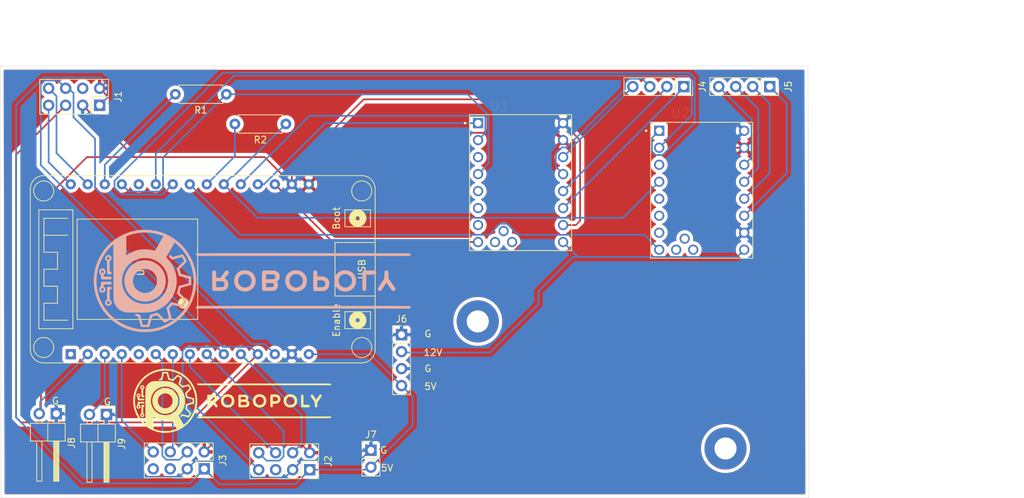
<source format=kicad_pcb>
(kicad_pcb (version 20171130) (host pcbnew 5.1.9-73d0e3b20d~88~ubuntu20.04.1)
  (layers (0 F.Cu signal) (31 B.Cu signal) (34 B.Paste user) (35 F.Paste user) (36 B.SilkS user) (37 F.SilkS user) (38 B.Mask user) (39 F.Mask user) (44 Edge.Cuts user))
  (net 0 "")
  (net 1 GND)
  (net 2 +5V)
  (net 3 I2C_CLK)
  (net 4 I2C_DATA)
  (net 5 B2)
  (net 6 B1)
  (net 7 +12V)
  (net 8 "Net-(J2-Pad5)")
  (net 9 "Net-(J3-Pad5)")
  (net 10 S1_0)
  (net 11 S2_0)
  (net 12 P_DATA_0)
  (net 13 P_CLK_0)
  (net 14 S1_1)
  (net 15 S2_1)
  (net 16 P_DATA_1)
  (net 17 P_CLK_1)
  (net 18 EN_1)
  (net 19 DIR_1)
  (net 20 PULS_1)
  (net 21 EN_0)
  (net 22 DIR_0)
  (net 23 PULS_0)
  (net 24 +3.3V)
  (net 25 "Net-(J4-Pad1)")
  (net 26 "Net-(J4-Pad2)")
  (net 27 "Net-(J4-Pad3)")
  (net 28 "Net-(J4-Pad4)")
  (net 29 "Net-(J5-Pad4)")
  (net 30 "Net-(J5-Pad3)")
  (net 31 "Net-(J5-Pad2)")
  (net 32 "Net-(J5-Pad1)")
  (net 33 "Net-(U2-PadJP1_7)")
  (net 34 "Net-(U2-PadJP1_6)")
  (net 35 "Net-(U2-PadJP1_5)")
  (net 36 "Net-(U2-PadJP1_3)")
  (net 37 "Net-(U2-PadJP5_1)")
  (net 38 "Net-(U2-PadJP4_1)")
  (net 39 "Net-(U2-PadJP3_1)")
  (net 40 "Net-(J1-Pad4)")
  (net 41 "Net-(J8-Pad2)")
  (net 42 "Net-(J9-Pad2)")
  (net 43 "Net-(U1-PadJP1_7)")
  (net 44 "Net-(U1-PadJP1_6)")
  (net 45 "Net-(U1-PadJP1_5)")
  (net 46 UART_0)
  (net 47 "Net-(U1-PadJP1_3)")
  (net 48 "Net-(U1-PadJP5_1)")
  (net 49 "Net-(U1-PadJP4_1)")
  (net 50 "Net-(U1-PadJP3_1)")
  (net 51 UART_1)
  (net 52 "Net-(R1-Pad2)")
  (net 53 "Net-(R2-Pad2)")
  (net 54 "Net-(U3-Pad1)")
  (net 55 "Net-(U3-Pad5)")
  (net 56 "Net-(U3-Pad26)")
  (module Connector_PinHeader_2.54mm:PinHeader_1x04_P2.54mm_Vertical (layer F.Cu) (at 106.807 102.616)
    (fp_text reference J6 (at 0 -2.33) (layer F.SilkS))
    (fp_text value DCDC_BOOSTER)
    (pad 4 thru_hole oval (at 0 7.62) (size 1.7 1.7) (drill 1) (layers *.Cu *.Mask) (net 2 +5V))
    (pad 3 thru_hole oval (at 0 5.08) (size 1.7 1.7) (drill 1) (layers *.Cu *.Mask) (net 1 GND))
    (pad 2 thru_hole oval (at 0 2.54) (size 1.7 1.7) (drill 1) (layers *.Cu *.Mask) (net 7 +12V))
    (pad 1 thru_hole rect (at 0 0) (size 1.7 1.7) (drill 1) (layers *.Cu *.Mask) (net 1 GND))
  )
  (module Connector_PinHeader_2.54mm:PinHeader_1x02_P2.54mm_Vertical (layer F.Cu) (at 102.235 119.888)
    (fp_text reference J7 (at 0 -2.33) (layer F.SilkS))
    (fp_text value ALIM_5V)
    (pad 2 thru_hole oval (at 0 2.54) (size 1.7 1.7) (drill 1) (layers *.Cu *.Mask) (net 2 +5V))
    (pad 1 thru_hole rect (at 0 0) (size 1.7 1.7) (drill 1) (layers *.Cu *.Mask) (net 1 GND))
  )
  (module robopoly_logo:logo_30mm (layer F.Cu) (at 83.693 112.395)
    (fp_text reference REF**)
    (fp_text value logo_30mm)
  )
  (module robopoly_logo:logo_50mm (layer B.Cu) (at 83.058 94.996)
    (fp_text reference REF**)
    (fp_text value logo_50mm)
  )
  (module ProjectModules:esp32_devkit_v1_doit (layer F.Cu) (at 57.404 92.837 90)
    (fp_text reference U3 (at 0 10.47 90) (layer F.SilkS))
    (fp_text value ESP32_DevKit_V1_DOIT_30_pin)
    (fp_text user USB (at 0 43.49 90) (layer F.SilkS))
    (fp_text user Boot (at 7.62 39.68 90) (layer F.SilkS))
    (fp_text user Enable (at -7.62 39.68 90) (layer F.SilkS))
    (pad 1 thru_hole rect (at -12.7 0 90) (size 1.524 1.524) (drill 0.762) (layers *.Cu *.Mask) (net 54 "Net-(U3-Pad1)"))
    (pad 2 thru_hole circle (at -12.7 2.54 90) (size 1.524 1.524) (drill 0.762) (layers *.Cu *.Mask) (net 41 "Net-(J8-Pad2)"))
    (pad 3 thru_hole circle (at -12.7 5.08 90) (size 1.524 1.524) (drill 0.762) (layers *.Cu *.Mask) (net 42 "Net-(J9-Pad2)"))
    (pad 4 thru_hole circle (at -12.7 7.62 90) (size 1.524 1.524) (drill 0.762) (layers *.Cu *.Mask) (net 14 S1_1))
    (pad 5 thru_hole circle (at -12.7 10.16 90) (size 1.524 1.524) (drill 0.762) (layers *.Cu *.Mask) (net 55 "Net-(U3-Pad5)"))
    (pad 6 thru_hole circle (at -12.7 12.7 90) (size 1.524 1.524) (drill 0.762) (layers *.Cu *.Mask) (net 17 P_CLK_1))
    (pad 7 thru_hole circle (at -12.7 15.24 90) (size 1.524 1.524) (drill 0.762) (layers *.Cu *.Mask) (net 16 P_DATA_1))
    (pad 8 thru_hole circle (at -12.7 17.78 90) (size 1.524 1.524) (drill 0.762) (layers *.Cu *.Mask) (net 12 P_DATA_0))
    (pad 9 thru_hole circle (at -12.7 20.32 90) (size 1.524 1.524) (drill 0.762) (layers *.Cu *.Mask) (net 10 S1_0))
    (pad 10 thru_hole circle (at -12.7 22.86 90) (size 1.524 1.524) (drill 0.762) (layers *.Cu *.Mask) (net 11 S2_0))
    (pad 11 thru_hole circle (at -12.7 25.4 90) (size 1.524 1.524) (drill 0.762) (layers *.Cu *.Mask) (net 13 P_CLK_0))
    (pad 12 thru_hole circle (at -12.7 27.94 90) (size 1.524 1.524) (drill 0.762) (layers *.Cu *.Mask) (net 6 B1))
    (pad 13 thru_hole circle (at -12.7 30.48 90) (size 1.524 1.524) (drill 0.762) (layers *.Cu *.Mask) (net 5 B2))
    (pad 14 thru_hole circle (at -12.7 33.02 90) (size 1.524 1.524) (drill 0.762) (layers *.Cu *.Mask) (net 1 GND))
    (pad 15 thru_hole circle (at -12.7 35.56 90) (size 1.524 1.524) (drill 0.762) (layers *.Cu *.Mask) (net 2 +5V))
    (pad 16 thru_hole circle (at 12.7 35.56 90) (size 1.524 1.524) (drill 0.762) (layers *.Cu *.Mask) (net 24 +3.3V))
    (pad 17 thru_hole circle (at 12.7 33.02 90) (size 1.524 1.524) (drill 0.762) (layers *.Cu *.Mask) (net 1 GND))
    (pad 18 thru_hole circle (at 12.7 30.48 90) (size 1.524 1.524) (drill 0.762) (layers *.Cu *.Mask) (net 21 EN_0))
    (pad 19 thru_hole circle (at 12.7 27.94 90) (size 1.524 1.524) (drill 0.762) (layers *.Cu *.Mask) (net 22 DIR_0))
    (pad 20 thru_hole circle (at 12.7 25.4 90) (size 1.524 1.524) (drill 0.762) (layers *.Cu *.Mask) (net 23 PULS_0))
    (pad 21 thru_hole circle (at 12.7 22.86 90) (size 1.524 1.524) (drill 0.762) (layers *.Cu *.Mask) (net 51 UART_1))
    (pad 22 thru_hole circle (at 12.7 20.32 90) (size 1.524 1.524) (drill 0.762) (layers *.Cu *.Mask) (net 53 "Net-(R2-Pad2)"))
    (pad 23 thru_hole circle (at 12.7 17.78 90) (size 1.524 1.524) (drill 0.762) (layers *.Cu *.Mask) (net 18 EN_1))
    (pad 24 thru_hole circle (at 12.7 15.24 90) (size 1.524 1.524) (drill 0.762) (layers *.Cu *.Mask) (net 19 DIR_1))
    (pad 25 thru_hole circle (at 12.7 12.7 90) (size 1.524 1.524) (drill 0.762) (layers *.Cu *.Mask) (net 20 PULS_1))
    (pad 26 thru_hole circle (at 12.7 10.16 90) (size 1.524 1.524) (drill 0.762) (layers *.Cu *.Mask) (net 56 "Net-(U3-Pad26)"))
    (pad 27 thru_hole circle (at 12.7 7.62 90) (size 1.524 1.524) (drill 0.762) (layers *.Cu *.Mask) (net 46 UART_0))
    (pad 28 thru_hole circle (at 12.7 5.08 90) (size 1.524 1.524) (drill 0.762) (layers *.Cu *.Mask) (net 52 "Net-(R1-Pad2)"))
    (pad 29 thru_hole circle (at 12.7 2.54 90) (size 1.524 1.524) (drill 0.762) (layers *.Cu *.Mask) (net 4 I2C_DATA))
    (pad 30 thru_hole circle (at 12.7 0 90) (size 1.524 1.524) (drill 0.762) (layers *.Cu *.Mask) (net 3 I2C_CLK))
  )
  (module ProjectModules:MODULE_TMC2208_SILENTSTEPSTICK (layer F.Cu) (at 151.638 81.026)
    (fp_text reference U2 (at -3.155 -11.489) (layer F.SilkS) (effects (font (size 1.4 1.4) (thickness 0.015))))
    (fp_text value TMC2208_SILENTSTEPSTICK-TMC2208_SILENTSTEPSTICK)
    (pad JP3_1 thru_hole circle (at -2.54 7.239) (size 1.524 1.524) (drill 1.016) (layers *.Cu *.Mask) (net 39 "Net-(U2-PadJP3_1)"))
    (pad JP4_1 thru_hole circle (at -1.27 8.89) (size 1.524 1.524) (drill 1.016) (layers *.Cu *.Mask) (net 38 "Net-(U2-PadJP4_1)"))
    (pad JP5_1 thru_hole circle (at -3.81 8.89) (size 1.524 1.524) (drill 1.016) (layers *.Cu *.Mask) (net 37 "Net-(U2-PadJP5_1)"))
    (pad JP1_1 thru_hole rect (at -6.35 -8.89) (size 1.524 1.524) (drill 1.016) (layers *.Cu *.Mask) (net 19 DIR_1))
    (pad JP1_2 thru_hole circle (at -6.35 -6.35) (size 1.524 1.524) (drill 1.016) (layers *.Cu *.Mask) (net 20 PULS_1))
    (pad JP1_3 thru_hole circle (at -6.35 -3.81) (size 1.524 1.524) (drill 1.016) (layers *.Cu *.Mask) (net 36 "Net-(U2-PadJP1_3)"))
    (pad JP1_4 thru_hole circle (at -6.35 -1.27) (size 1.524 1.524) (drill 1.016) (layers *.Cu *.Mask) (net 51 UART_1))
    (pad JP1_5 thru_hole circle (at -6.35 1.27) (size 1.524 1.524) (drill 1.016) (layers *.Cu *.Mask) (net 35 "Net-(U2-PadJP1_5)"))
    (pad JP1_6 thru_hole circle (at -6.35 3.81) (size 1.524 1.524) (drill 1.016) (layers *.Cu *.Mask) (net 34 "Net-(U2-PadJP1_6)"))
    (pad JP1_7 thru_hole circle (at -6.35 6.35) (size 1.524 1.524) (drill 1.016) (layers *.Cu *.Mask) (net 33 "Net-(U2-PadJP1_7)"))
    (pad JP1_8 thru_hole circle (at -6.35 8.89) (size 1.524 1.524) (drill 1.016) (layers *.Cu *.Mask) (net 18 EN_1))
    (pad JP2_1 thru_hole circle (at 6.35 8.89) (size 1.524 1.524) (drill 1.016) (layers *.Cu *.Mask) (net 7 +12V))
    (pad JP2_2 thru_hole circle (at 6.35 6.35) (size 1.524 1.524) (drill 1.016) (layers *.Cu *.Mask) (net 1 GND))
    (pad JP2_3 thru_hole circle (at 6.35 3.81) (size 1.524 1.524) (drill 1.016) (layers *.Cu *.Mask) (net 32 "Net-(J5-Pad1)"))
    (pad JP2_4 thru_hole circle (at 6.35 1.27) (size 1.524 1.524) (drill 1.016) (layers *.Cu *.Mask) (net 31 "Net-(J5-Pad2)"))
    (pad JP2_5 thru_hole circle (at 6.35 -1.27) (size 1.524 1.524) (drill 1.016) (layers *.Cu *.Mask) (net 30 "Net-(J5-Pad3)"))
    (pad JP2_6 thru_hole circle (at 6.35 -3.81) (size 1.524 1.524) (drill 1.016) (layers *.Cu *.Mask) (net 29 "Net-(J5-Pad4)"))
    (pad JP2_7 thru_hole circle (at 6.35 -6.35) (size 1.524 1.524) (drill 1.016) (layers *.Cu *.Mask) (net 24 +3.3V))
    (pad JP2_8 thru_hole circle (at 6.35 -8.89) (size 1.524 1.524) (drill 1.016) (layers *.Cu *.Mask) (net 1 GND))
  )
  (module ProjectModules:MODULE_TMC2208_SILENTSTEPSTICK (layer F.Cu) (at 124.587 79.883)
    (fp_text reference U1 (at -3.155 -11.489) (layer F.SilkS) (effects (font (size 1.4 1.4) (thickness 0.015))))
    (fp_text value TMC2208_SILENTSTEPSTICK-TMC2208_SILENTSTEPSTICK)
    (pad JP3_1 thru_hole circle (at -2.54 7.239) (size 1.524 1.524) (drill 1.016) (layers *.Cu *.Mask) (net 50 "Net-(U1-PadJP3_1)"))
    (pad JP4_1 thru_hole circle (at -1.27 8.89) (size 1.524 1.524) (drill 1.016) (layers *.Cu *.Mask) (net 49 "Net-(U1-PadJP4_1)"))
    (pad JP5_1 thru_hole circle (at -3.81 8.89) (size 1.524 1.524) (drill 1.016) (layers *.Cu *.Mask) (net 48 "Net-(U1-PadJP5_1)"))
    (pad JP1_1 thru_hole rect (at -6.35 -8.89) (size 1.524 1.524) (drill 1.016) (layers *.Cu *.Mask) (net 22 DIR_0))
    (pad JP1_2 thru_hole circle (at -6.35 -6.35) (size 1.524 1.524) (drill 1.016) (layers *.Cu *.Mask) (net 23 PULS_0))
    (pad JP1_3 thru_hole circle (at -6.35 -3.81) (size 1.524 1.524) (drill 1.016) (layers *.Cu *.Mask) (net 47 "Net-(U1-PadJP1_3)"))
    (pad JP1_4 thru_hole circle (at -6.35 -1.27) (size 1.524 1.524) (drill 1.016) (layers *.Cu *.Mask) (net 46 UART_0))
    (pad JP1_5 thru_hole circle (at -6.35 1.27) (size 1.524 1.524) (drill 1.016) (layers *.Cu *.Mask) (net 45 "Net-(U1-PadJP1_5)"))
    (pad JP1_6 thru_hole circle (at -6.35 3.81) (size 1.524 1.524) (drill 1.016) (layers *.Cu *.Mask) (net 44 "Net-(U1-PadJP1_6)"))
    (pad JP1_7 thru_hole circle (at -6.35 6.35) (size 1.524 1.524) (drill 1.016) (layers *.Cu *.Mask) (net 43 "Net-(U1-PadJP1_7)"))
    (pad JP1_8 thru_hole circle (at -6.35 8.89) (size 1.524 1.524) (drill 1.016) (layers *.Cu *.Mask) (net 21 EN_0))
    (pad JP2_1 thru_hole circle (at 6.35 8.89) (size 1.524 1.524) (drill 1.016) (layers *.Cu *.Mask) (net 7 +12V))
    (pad JP2_2 thru_hole circle (at 6.35 6.35) (size 1.524 1.524) (drill 1.016) (layers *.Cu *.Mask) (net 1 GND))
    (pad JP2_3 thru_hole circle (at 6.35 3.81) (size 1.524 1.524) (drill 1.016) (layers *.Cu *.Mask) (net 25 "Net-(J4-Pad1)"))
    (pad JP2_4 thru_hole circle (at 6.35 1.27) (size 1.524 1.524) (drill 1.016) (layers *.Cu *.Mask) (net 26 "Net-(J4-Pad2)"))
    (pad JP2_5 thru_hole circle (at 6.35 -1.27) (size 1.524 1.524) (drill 1.016) (layers *.Cu *.Mask) (net 27 "Net-(J4-Pad3)"))
    (pad JP2_6 thru_hole circle (at 6.35 -3.81) (size 1.524 1.524) (drill 1.016) (layers *.Cu *.Mask) (net 28 "Net-(J4-Pad4)"))
    (pad JP2_7 thru_hole circle (at 6.35 -6.35) (size 1.524 1.524) (drill 1.016) (layers *.Cu *.Mask) (net 24 +3.3V))
    (pad JP2_8 thru_hole circle (at 6.35 -8.89) (size 1.524 1.524) (drill 1.016) (layers *.Cu *.Mask) (net 1 GND))
  )
  (module Resistor_THT:R_Axial_DIN0207_L6.3mm_D2.5mm_P7.62mm_Horizontal (layer F.Cu) (at 89.535 71.12 180)
    (fp_text reference R2 (at 3.81 -2.37) (layer F.SilkS))
    (fp_text value 1kOHM)
    (pad 2 thru_hole oval (at 7.62 0 180) (size 1.6 1.6) (drill 0.8) (layers *.Cu *.Mask) (net 53 "Net-(R2-Pad2)"))
    (pad 1 thru_hole circle (at 0 0 180) (size 1.6 1.6) (drill 0.8) (layers *.Cu *.Mask) (net 51 UART_1))
  )
  (module Resistor_THT:R_Axial_DIN0207_L6.3mm_D2.5mm_P7.62mm_Horizontal (layer F.Cu) (at 80.645 66.675 180)
    (fp_text reference R1 (at 3.81 -2.37) (layer F.SilkS))
    (fp_text value 1kOHM)
    (pad 2 thru_hole oval (at 7.62 0 180) (size 1.6 1.6) (drill 0.8) (layers *.Cu *.Mask) (net 52 "Net-(R1-Pad2)"))
    (pad 1 thru_hole circle (at 0 0 180) (size 1.6 1.6) (drill 0.8) (layers *.Cu *.Mask) (net 46 UART_0))
  )
  (module Connector_PinHeader_2.54mm:PinHeader_1x02_P2.54mm_Horizontal (layer F.Cu) (at 62.738 114.554 270)
    (fp_text reference J9 (at 4.385 -2.27 90) (layer F.SilkS))
    (fp_text value SPARE_GPIO_1)
    (pad 2 thru_hole oval (at 0 2.54 270) (size 1.7 1.7) (drill 1) (layers *.Cu *.Mask) (net 42 "Net-(J9-Pad2)"))
    (pad 1 thru_hole rect (at 0 0 270) (size 1.7 1.7) (drill 1) (layers *.Cu *.Mask) (net 1 GND))
  )
  (module Connector_PinHeader_2.54mm:PinHeader_1x02_P2.54mm_Horizontal (layer F.Cu) (at 55.245 114.427 270)
    (fp_text reference J8 (at 4.385 -2.27 90) (layer F.SilkS))
    (fp_text value SPARE_GPIO_0)
    (pad 2 thru_hole oval (at 0 2.54 270) (size 1.7 1.7) (drill 1) (layers *.Cu *.Mask) (net 41 "Net-(J8-Pad2)"))
    (pad 1 thru_hole rect (at 0 0 270) (size 1.7 1.7) (drill 1) (layers *.Cu *.Mask) (net 1 GND))
  )
  (module Connector_PinSocket_2.54mm:PinSocket_1x04_P2.54mm_Vertical (layer F.Cu) (at 161.798 65.532 270)
    (fp_text reference J5 (at 0 -2.77 90) (layer F.SilkS))
    (fp_text value STEPPER_1)
    (pad 4 thru_hole oval (at 0 7.62 270) (size 1.7 1.7) (drill 1) (layers *.Cu *.Mask) (net 29 "Net-(J5-Pad4)"))
    (pad 3 thru_hole oval (at 0 5.08 270) (size 1.7 1.7) (drill 1) (layers *.Cu *.Mask) (net 30 "Net-(J5-Pad3)"))
    (pad 2 thru_hole oval (at 0 2.54 270) (size 1.7 1.7) (drill 1) (layers *.Cu *.Mask) (net 31 "Net-(J5-Pad2)"))
    (pad 1 thru_hole rect (at 0 0 270) (size 1.7 1.7) (drill 1) (layers *.Cu *.Mask) (net 32 "Net-(J5-Pad1)"))
  )
  (module Connector_PinSocket_2.54mm:PinSocket_1x04_P2.54mm_Vertical (layer F.Cu) (at 148.971 65.532 270)
    (fp_text reference J4 (at 0 -2.77 90) (layer F.SilkS))
    (fp_text value STEPPER_0)
    (pad 4 thru_hole oval (at 0 7.62 270) (size 1.7 1.7) (drill 1) (layers *.Cu *.Mask) (net 28 "Net-(J4-Pad4)"))
    (pad 3 thru_hole oval (at 0 5.08 270) (size 1.7 1.7) (drill 1) (layers *.Cu *.Mask) (net 27 "Net-(J4-Pad3)"))
    (pad 2 thru_hole oval (at 0 2.54 270) (size 1.7 1.7) (drill 1) (layers *.Cu *.Mask) (net 26 "Net-(J4-Pad2)"))
    (pad 1 thru_hole rect (at 0 0 270) (size 1.7 1.7) (drill 1) (layers *.Cu *.Mask) (net 25 "Net-(J4-Pad1)"))
  )
  (module Connector_PinSocket_2.54mm:PinSocket_2x04_P2.54mm_Vertical (layer F.Cu) (at 77.343 122.682 270)
    (fp_text reference J3 (at -1.27 -2.77 90) (layer F.SilkS))
    (fp_text value GLASS_1)
    (pad 8 thru_hole oval (at -2.54 7.62 270) (size 1.7 1.7) (drill 1) (layers *.Cu *.Mask) (net 14 S1_1))
    (pad 7 thru_hole oval (at 0 7.62 270) (size 1.7 1.7) (drill 1) (layers *.Cu *.Mask) (net 15 S2_1))
    (pad 6 thru_hole oval (at -2.54 5.08 270) (size 1.7 1.7) (drill 1) (layers *.Cu *.Mask) (net 16 P_DATA_1))
    (pad 5 thru_hole oval (at 0 5.08 270) (size 1.7 1.7) (drill 1) (layers *.Cu *.Mask) (net 9 "Net-(J3-Pad5)"))
    (pad 4 thru_hole oval (at -2.54 2.54 270) (size 1.7 1.7) (drill 1) (layers *.Cu *.Mask) (net 17 P_CLK_1))
    (pad 3 thru_hole oval (at 0 2.54 270) (size 1.7 1.7) (drill 1) (layers *.Cu *.Mask) (net 1 GND))
    (pad 2 thru_hole oval (at -2.54 0 270) (size 1.7 1.7) (drill 1) (layers *.Cu *.Mask) (net 24 +3.3V))
    (pad 1 thru_hole rect (at 0 0 270) (size 1.7 1.7) (drill 1) (layers *.Cu *.Mask) (net 2 +5V))
  )
  (module Connector_PinSocket_2.54mm:PinSocket_2x04_P2.54mm_Vertical (layer F.Cu) (at 93.091 122.809 270)
    (fp_text reference J2 (at -1.27 -2.77 90) (layer F.SilkS))
    (fp_text value GLASS_0)
    (pad 8 thru_hole oval (at -2.54 7.62 270) (size 1.7 1.7) (drill 1) (layers *.Cu *.Mask) (net 10 S1_0))
    (pad 7 thru_hole oval (at 0 7.62 270) (size 1.7 1.7) (drill 1) (layers *.Cu *.Mask) (net 11 S2_0))
    (pad 6 thru_hole oval (at -2.54 5.08 270) (size 1.7 1.7) (drill 1) (layers *.Cu *.Mask) (net 12 P_DATA_0))
    (pad 5 thru_hole oval (at 0 5.08 270) (size 1.7 1.7) (drill 1) (layers *.Cu *.Mask) (net 8 "Net-(J2-Pad5)"))
    (pad 4 thru_hole oval (at -2.54 2.54 270) (size 1.7 1.7) (drill 1) (layers *.Cu *.Mask) (net 13 P_CLK_0))
    (pad 3 thru_hole oval (at 0 2.54 270) (size 1.7 1.7) (drill 1) (layers *.Cu *.Mask) (net 1 GND))
    (pad 2 thru_hole oval (at -2.54 0 270) (size 1.7 1.7) (drill 1) (layers *.Cu *.Mask) (net 24 +3.3V))
    (pad 1 thru_hole rect (at 0 0 270) (size 1.7 1.7) (drill 1) (layers *.Cu *.Mask) (net 2 +5V))
  )
  (module Connector_PinSocket_2.54mm:PinSocket_2x04_P2.54mm_Vertical (layer F.Cu) (at 61.722 68.326 270)
    (fp_text reference J1 (at -1.27 -2.77 90) (layer F.SilkS))
    (fp_text value CMD_PAN)
    (pad 8 thru_hole oval (at -2.54 7.62 270) (size 1.7 1.7) (drill 1) (layers *.Cu *.Mask) (net 4 I2C_DATA))
    (pad 7 thru_hole oval (at 0 7.62 270) (size 1.7 1.7) (drill 1) (layers *.Cu *.Mask) (net 3 I2C_CLK))
    (pad 6 thru_hole oval (at -2.54 5.08 270) (size 1.7 1.7) (drill 1) (layers *.Cu *.Mask) (net 5 B2))
    (pad 5 thru_hole oval (at 0 5.08 270) (size 1.7 1.7) (drill 1) (layers *.Cu *.Mask) (net 6 B1))
    (pad 4 thru_hole oval (at -2.54 2.54 270) (size 1.7 1.7) (drill 1) (layers *.Cu *.Mask) (net 40 "Net-(J1-Pad4)"))
    (pad 3 thru_hole oval (at 0 2.54 270) (size 1.7 1.7) (drill 1) (layers *.Cu *.Mask) (net 1 GND))
    (pad 2 thru_hole oval (at -2.54 0 270) (size 1.7 1.7) (drill 1) (layers *.Cu *.Mask) (net 24 +3.3V))
    (pad 1 thru_hole rect (at 0 0 270) (size 1.7 1.7) (drill 1) (layers *.Cu *.Mask) (net 2 +5V))
  )
  (gr_text 5V (at 104.648 122.555) (layer F.SilkS) (effects (font (size 1 1))))
  (gr_text 5V (at 111.125 110.363) (layer F.SilkS) (effects (font (size 1 1))))
  (gr_text G (at 110.744 107.696) (layer F.SilkS) (effects (font (size 1 1))))
  (gr_text "12V\n" (at 111.506 105.283) (layer F.SilkS) (effects (font (size 1 1))))
  (gr_text G (at 110.744 102.489) (layer F.SilkS) (effects (font (size 1 1))))
  (gr_text G (at 55.118 112.522) (layer F.SilkS) (effects (font (size 1 1))))
  (gr_text G (at 62.865 112.649) (layer F.SilkS) (effects (font (size 1 1))))
  (gr_text G (at 104.14 119.888) (layer F.SilkS) (effects (font (size 1 1))))
  (gr_line (start 46.863 62.484) (end 46.99 127) (layer Edge.Cuts) (width 0.05))
  (gr_line (start 167.513 62.484) (end 46.863 62.484) (layer Edge.Cuts) (width 0.05))
  (gr_line (start 167.64 127) (end 167.513 62.484) (layer Edge.Cuts) (width 0.05))
  (gr_line (start 46.99 127) (end 167.64 127) (layer Edge.Cuts) (width 0.05))
  (via (at 118.194 100.634) (size 6.3) (drill 3.3) (layers F.Cu B.Cu) (net 0))
  (segment (start 73.627999 123.857001) (end 66.707001 123.857001) (width 0.25) (layer B.Cu) (net 1))
  (segment (start 74.803 122.682) (end 73.627999 123.857001) (width 0.25) (layer B.Cu) (net 1))
  (segment (start 62.738 119.888) (end 62.738 114.554) (width 0.25) (layer B.Cu) (net 1))
  (segment (start 66.707001 123.857001) (end 62.738 119.888) (width 0.25) (layer B.Cu) (net 1))
  (segment (start 100.551999 121.444001) (end 102.235 119.761) (width 0.25) (layer B.Cu) (net 1))
  (segment (start 91.915999 121.444001) (end 100.551999 121.444001) (width 0.25) (layer B.Cu) (net 1))
  (segment (start 90.551 122.809) (end 91.915999 121.444001) (width 0.25) (layer B.Cu) (net 1))
  (segment (start 75.978001 121.506999) (end 79.153001 121.506999) (width 0.25) (layer B.Cu) (net 1))
  (segment (start 74.803 122.682) (end 75.978001 121.506999) (width 0.25) (layer B.Cu) (net 1))
  (segment (start 81.630003 123.984001) (end 89.375999 123.984001) (width 0.25) (layer B.Cu) (net 1))
  (segment (start 89.375999 123.984001) (end 90.551 122.809) (width 0.25) (layer B.Cu) (net 1))
  (segment (start 79.153001 121.506999) (end 81.630003 123.984001) (width 0.25) (layer B.Cu) (net 1))
  (segment (start 130.937 86.233) (end 132.842 86.233) (width 0.25) (layer F.Cu) (net 1))
  (segment (start 132.842 86.233) (end 133.477 85.598) (width 0.25) (layer F.Cu) (net 1))
  (segment (start 133.477 73.533) (end 130.937 70.993) (width 0.25) (layer F.Cu) (net 1))
  (segment (start 133.477 85.598) (end 133.477 73.533) (width 0.25) (layer F.Cu) (net 1))
  (segment (start 59.182 68.326) (end 66.929 76.073) (width 0.25) (layer F.Cu) (net 1))
  (segment (start 86.36 76.073) (end 90.424 80.137) (width 0.25) (layer F.Cu) (net 1))
  (segment (start 66.929 76.073) (end 86.36 76.073) (width 0.25) (layer F.Cu) (net 1))
  (segment (start 130.937 70.993) (end 127.381 67.437) (width 0.25) (layer F.Cu) (net 1))
  (segment (start 90.424 78.16224) (end 90.424 80.137) (width 0.25) (layer F.Cu) (net 1))
  (segment (start 101.14924 67.437) (end 90.424 78.16224) (width 0.25) (layer F.Cu) (net 1))
  (segment (start 127.381 67.437) (end 101.14924 67.437) (width 0.25) (layer F.Cu) (net 1))
  (segment (start 52.959 82.973238) (end 52.959 114.427) (width 0.25) (layer F.Cu) (net 1))
  (segment (start 52.959 82.973238) (end 57.700238 78.232) (width 0.25) (layer F.Cu) (net 1))
  (segment (start 57.700238 78.232) (end 57.700238 78.189762) (width 0.25) (layer F.Cu) (net 1))
  (segment (start 59.817 76.073) (end 66.929 76.073) (width 0.25) (layer F.Cu) (net 1))
  (segment (start 57.700238 78.189762) (end 59.817 76.073) (width 0.25) (layer F.Cu) (net 1))
  (via (at 155.194 119.634) (size 6.3) (drill 3.3) (layers F.Cu B.Cu) (net 0))
  (segment (start 101.727 122.809) (end 102.235 122.301) (width 0.25) (layer B.Cu) (net 2))
  (segment (start 93.091 122.809) (end 101.727 122.809) (width 0.25) (layer B.Cu) (net 2))
  (segment (start 76.167999 123.857001) (end 77.343 122.682) (width 0.25) (layer B.Cu) (net 2))
  (segment (start 49.243999 114.991001) (end 58.109999 123.857001) (width 0.25) (layer B.Cu) (net 2))
  (segment (start 53.351598 64.16099) (end 49.243999 68.268589) (width 0.25) (layer B.Cu) (net 2))
  (segment (start 61.835992 64.16099) (end 53.351598 64.16099) (width 0.25) (layer B.Cu) (net 2))
  (segment (start 62.897001 65.221999) (end 61.835992 64.16099) (width 0.25) (layer B.Cu) (net 2))
  (segment (start 49.243999 68.268589) (end 49.243999 114.991001) (width 0.25) (layer B.Cu) (net 2))
  (segment (start 62.897001 67.150999) (end 62.897001 65.221999) (width 0.25) (layer B.Cu) (net 2))
  (segment (start 61.722 68.326) (end 62.897001 67.150999) (width 0.25) (layer B.Cu) (net 2))
  (segment (start 91.915999 123.984001) (end 92.0115 123.8885) (width 0.25) (layer B.Cu) (net 2))
  (segment (start 92.0115 123.8885) (end 93.091 122.809) (width 0.25) (layer B.Cu) (net 2))
  (segment (start 79.629 124.968) (end 78.5495 123.8885) (width 0.25) (layer B.Cu) (net 2))
  (segment (start 90.932 124.968) (end 79.629 124.968) (width 0.25) (layer B.Cu) (net 2))
  (segment (start 92.0115 123.8885) (end 90.932 124.968) (width 0.25) (layer B.Cu) (net 2))
  (segment (start 78.5495 123.8885) (end 78.645001 123.984001) (width 0.25) (layer B.Cu) (net 2))
  (segment (start 77.343 122.682) (end 78.5495 123.8885) (width 0.25) (layer B.Cu) (net 2))
  (segment (start 58.109999 123.857001) (end 58.109999 123.895999) (width 0.25) (layer B.Cu) (net 2))
  (segment (start 58.109999 123.895999) (end 59.055 124.841) (width 0.25) (layer B.Cu) (net 2))
  (segment (start 75.184 124.841) (end 77.343 122.682) (width 0.25) (layer B.Cu) (net 2))
  (segment (start 59.055 124.841) (end 75.184 124.841) (width 0.25) (layer B.Cu) (net 2))
  (segment (start 102.108 105.537) (end 106.807 110.236) (width 0.25) (layer B.Cu) (net 2))
  (segment (start 92.964 105.537) (end 102.108 105.537) (width 0.25) (layer B.Cu) (net 2))
  (segment (start 106.807 110.236) (end 108.458 111.887) (width 0.25) (layer B.Cu) (net 2))
  (segment (start 108.458 116.205) (end 108.458 115.697) (width 0.25) (layer B.Cu) (net 2))
  (segment (start 102.235 122.428) (end 108.458 116.205) (width 0.25) (layer B.Cu) (net 2))
  (segment (start 108.458 115.697) (end 108.458 115.951) (width 0.25) (layer B.Cu) (net 2))
  (segment (start 108.458 111.887) (end 108.458 115.697) (width 0.25) (layer B.Cu) (net 2))
  (segment (start 54.102 76.835) (end 57.404 80.137) (width 0.25) (layer B.Cu) (net 3))
  (segment (start 54.102 68.326) (end 54.102 76.835) (width 0.25) (layer B.Cu) (net 3))
  (segment (start 55.277001 75.470001) (end 59.944 80.137) (width 0.25) (layer B.Cu) (net 4))
  (segment (start 55.277001 66.961001) (end 55.277001 75.470001) (width 0.25) (layer B.Cu) (net 4))
  (segment (start 54.102 65.786) (end 55.277001 66.961001) (width 0.25) (layer B.Cu) (net 4))
  (segment (start 57.817001 66.510992) (end 57.092009 65.786) (width 0.25) (layer B.Cu) (net 5))
  (segment (start 57.817001 70.112001) (end 57.817001 66.510992) (width 0.25) (layer B.Cu) (net 5))
  (segment (start 61.031001 73.326001) (end 57.817001 70.112001) (width 0.25) (layer B.Cu) (net 5))
  (segment (start 61.031001 80.658761) (end 61.031001 73.326001) (width 0.25) (layer B.Cu) (net 5))
  (segment (start 84.372229 103.999989) (end 61.031001 80.658761) (width 0.25) (layer B.Cu) (net 5))
  (segment (start 86.346989 103.999989) (end 84.372229 103.999989) (width 0.25) (layer B.Cu) (net 5))
  (segment (start 87.884 105.537) (end 86.346989 103.999989) (width 0.25) (layer B.Cu) (net 5))
  (segment (start 84.256999 104.449999) (end 85.344 105.537) (width 0.25) (layer B.Cu) (net 6))
  (segment (start 80.108237 104.449999) (end 84.256999 104.449999) (width 0.25) (layer B.Cu) (net 6))
  (segment (start 52.926999 77.268761) (end 80.108237 104.449999) (width 0.25) (layer B.Cu) (net 6))
  (segment (start 52.926999 65.221999) (end 52.926999 77.268761) (width 0.25) (layer B.Cu) (net 6))
  (segment (start 53.537999 64.610999) (end 52.926999 65.221999) (width 0.25) (layer B.Cu) (net 6))
  (segment (start 55.466999 64.610999) (end 53.537999 64.610999) (width 0.25) (layer B.Cu) (net 6))
  (segment (start 56.642 65.786) (end 55.466999 64.610999) (width 0.25) (layer B.Cu) (net 6))
  (segment (start 75.151999 115.729001) (end 85.344 105.537) (width 0.25) (layer F.Cu) (net 6))
  (segment (start 49.981999 115.729001) (end 75.151999 115.729001) (width 0.25) (layer F.Cu) (net 6))
  (segment (start 49.243999 114.991001) (end 49.981999 115.729001) (width 0.25) (layer F.Cu) (net 6))
  (segment (start 49.243999 75.724001) (end 49.243999 114.991001) (width 0.25) (layer F.Cu) (net 6))
  (segment (start 56.642 68.326) (end 49.243999 75.724001) (width 0.25) (layer F.Cu) (net 6))
  (segment (start 156.900999 91.003001) (end 157.988 89.916) (width 0.25) (layer B.Cu) (net 7))
  (segment (start 130.937 88.773) (end 133.167001 91.003001) (width 0.25) (layer B.Cu) (net 7))
  (segment (start 106.934 105.283) (end 106.807 105.156) (width 0.25) (layer B.Cu) (net 7))
  (segment (start 133.167001 91.003001) (end 134.294999 91.003001) (width 0.25) (layer B.Cu) (net 7))
  (segment (start 134.294999 91.003001) (end 132.389999 91.003001) (width 0.25) (layer B.Cu) (net 7))
  (segment (start 134.294999 91.003001) (end 156.900999 91.003001) (width 0.25) (layer B.Cu) (net 7))
  (segment (start 132.389999 91.003001) (end 127.254 96.139) (width 0.25) (layer B.Cu) (net 7))
  (segment (start 127.254 96.139) (end 127.254 98.044) (width 0.25) (layer B.Cu) (net 7))
  (segment (start 120.015 105.283) (end 113.665 105.283) (width 0.25) (layer B.Cu) (net 7))
  (segment (start 113.665 105.283) (end 106.934 105.283) (width 0.25) (layer B.Cu) (net 7))
  (segment (start 127.254 98.044) (end 120.015 105.283) (width 0.25) (layer B.Cu) (net 7))
  (segment (start 114.427 105.283) (end 113.665 105.283) (width 0.25) (layer B.Cu) (net 7))
  (segment (start 86.646001 121.444001) (end 85.471 120.269) (width 0.25) (layer B.Cu) (net 10))
  (segment (start 88.575001 121.444001) (end 86.646001 121.444001) (width 0.25) (layer B.Cu) (net 10))
  (segment (start 89.186001 120.833001) (end 88.575001 121.444001) (width 0.25) (layer B.Cu) (net 10))
  (segment (start 89.186001 116.999001) (end 89.186001 120.833001) (width 0.25) (layer B.Cu) (net 10))
  (segment (start 77.724 105.537) (end 89.186001 116.999001) (width 0.25) (layer B.Cu) (net 10))
  (segment (start 74.096999 111.434999) (end 85.471 122.809) (width 0.25) (layer B.Cu) (net 11))
  (segment (start 74.096999 105.015239) (end 74.096999 111.434999) (width 0.25) (layer B.Cu) (net 11))
  (segment (start 74.662239 104.449999) (end 74.096999 105.015239) (width 0.25) (layer B.Cu) (net 11))
  (segment (start 79.176999 104.449999) (end 74.662239 104.449999) (width 0.25) (layer B.Cu) (net 11))
  (segment (start 80.264 105.537) (end 79.176999 104.449999) (width 0.25) (layer B.Cu) (net 11))
  (segment (start 75.184 107.442) (end 88.011 120.269) (width 0.25) (layer B.Cu) (net 12))
  (segment (start 75.184 105.537) (end 75.184 107.442) (width 0.25) (layer B.Cu) (net 12))
  (segment (start 91.876999 114.609999) (end 82.804 105.537) (width 0.25) (layer B.Cu) (net 13))
  (segment (start 91.876999 118.943001) (end 91.876999 114.609999) (width 0.25) (layer B.Cu) (net 13))
  (segment (start 90.551 120.269) (end 91.876999 118.943001) (width 0.25) (layer B.Cu) (net 13))
  (segment (start 65.024 115.443) (end 69.723 120.142) (width 0.25) (layer B.Cu) (net 14))
  (segment (start 65.024 105.537) (end 65.024 115.443) (width 0.25) (layer B.Cu) (net 14))
  (segment (start 72.644 119.761) (end 72.263 120.142) (width 0.25) (layer B.Cu) (net 16))
  (segment (start 72.644 105.537) (end 72.644 119.761) (width 0.25) (layer B.Cu) (net 16))
  (segment (start 73.627999 121.317001) (end 74.803 120.142) (width 0.25) (layer B.Cu) (net 17))
  (segment (start 71.698999 121.317001) (end 73.627999 121.317001) (width 0.25) (layer B.Cu) (net 17))
  (segment (start 71.087999 120.706001) (end 71.698999 121.317001) (width 0.25) (layer B.Cu) (net 17))
  (segment (start 71.087999 106.520999) (end 71.087999 120.706001) (width 0.25) (layer B.Cu) (net 17))
  (segment (start 70.104 105.537) (end 71.087999 106.520999) (width 0.25) (layer B.Cu) (net 17))
  (segment (start 82.732999 87.685999) (end 75.184 80.137) (width 0.25) (layer B.Cu) (net 18))
  (segment (start 119.874239 87.685999) (end 82.732999 87.685999) (width 0.25) (layer B.Cu) (net 18))
  (segment (start 121.525239 86.034999) (end 119.874239 87.685999) (width 0.25) (layer B.Cu) (net 18))
  (segment (start 122.568761 86.034999) (end 121.525239 86.034999) (width 0.25) (layer B.Cu) (net 18))
  (segment (start 124.219761 87.685999) (end 122.568761 86.034999) (width 0.25) (layer B.Cu) (net 18))
  (segment (start 143.057999 87.685999) (end 124.219761 87.685999) (width 0.25) (layer B.Cu) (net 18))
  (segment (start 145.288 89.916) (end 143.057999 87.685999) (width 0.25) (layer B.Cu) (net 18))
  (segment (start 64.952248 81.67401) (end 71.10699 81.67401) (width 0.25) (layer B.Cu) (net 19))
  (segment (start 63.936999 80.658761) (end 64.952248 81.67401) (width 0.25) (layer B.Cu) (net 19))
  (segment (start 63.936999 79.615239) (end 63.936999 80.658761) (width 0.25) (layer B.Cu) (net 19))
  (segment (start 80.095257 63.456981) (end 63.936999 79.615239) (width 0.25) (layer B.Cu) (net 19))
  (segment (start 150.59601 64.235598) (end 149.817393 63.456981) (width 0.25) (layer B.Cu) (net 19))
  (segment (start 150.59601 70.976752) (end 150.59601 64.235598) (width 0.25) (layer B.Cu) (net 19))
  (segment (start 71.10699 81.67401) (end 72.644 80.137) (width 0.25) (layer B.Cu) (net 19))
  (segment (start 145.809761 75.763001) (end 150.59601 70.976752) (width 0.25) (layer B.Cu) (net 19))
  (segment (start 144.766239 75.763001) (end 145.809761 75.763001) (width 0.25) (layer B.Cu) (net 19))
  (segment (start 144.200999 75.197761) (end 144.766239 75.763001) (width 0.25) (layer B.Cu) (net 19))
  (segment (start 149.817393 63.456981) (end 80.095257 63.456981) (width 0.25) (layer B.Cu) (net 19))
  (segment (start 144.200999 73.223001) (end 144.200999 75.197761) (width 0.25) (layer B.Cu) (net 19))
  (segment (start 145.288 72.136) (end 144.200999 73.223001) (width 0.25) (layer B.Cu) (net 19))
  (segment (start 70.104 75.550998) (end 70.104 80.137) (width 0.25) (layer B.Cu) (net 20))
  (segment (start 81.748008 63.90699) (end 70.104 75.550998) (width 0.25) (layer B.Cu) (net 20))
  (segment (start 149.630992 63.90699) (end 81.748008 63.90699) (width 0.25) (layer B.Cu) (net 20))
  (segment (start 150.146001 64.421999) (end 149.630992 63.90699) (width 0.25) (layer B.Cu) (net 20))
  (segment (start 150.146001 69.817999) (end 150.146001 64.421999) (width 0.25) (layer B.Cu) (net 20))
  (segment (start 145.288 74.676) (end 150.146001 69.817999) (width 0.25) (layer B.Cu) (net 20))
  (segment (start 96.52 88.773) (end 118.237 88.773) (width 0.25) (layer F.Cu) (net 21))
  (segment (start 87.884 80.137) (end 96.52 88.773) (width 0.25) (layer F.Cu) (net 21))
  (segment (start 86.275238 80.137) (end 85.344 80.137) (width 0.25) (layer B.Cu) (net 22))
  (segment (start 95.419238 70.993) (end 86.275238 80.137) (width 0.25) (layer B.Cu) (net 22))
  (segment (start 118.237 70.993) (end 95.419238 70.993) (width 0.25) (layer B.Cu) (net 22))
  (segment (start 93.035001 69.905999) (end 82.804 80.137) (width 0.25) (layer B.Cu) (net 23))
  (segment (start 119.259001 69.905999) (end 93.035001 69.905999) (width 0.25) (layer B.Cu) (net 23))
  (segment (start 119.324001 69.970999) (end 119.259001 69.905999) (width 0.25) (layer B.Cu) (net 23))
  (segment (start 119.324001 72.445999) (end 119.324001 69.970999) (width 0.25) (layer B.Cu) (net 23))
  (segment (start 118.237 73.533) (end 119.324001 72.445999) (width 0.25) (layer B.Cu) (net 23))
  (segment (start 62.571999 64.936001) (end 64.809001 64.936001) (width 0.25) (layer F.Cu) (net 24))
  (segment (start 61.722 65.786) (end 62.571999 64.936001) (width 0.25) (layer F.Cu) (net 24))
  (segment (start 157.988 74.676) (end 155.829 74.676) (width 0.25) (layer F.Cu) (net 24))
  (segment (start 91.915999 119.093999) (end 93.091 120.269) (width 0.25) (layer F.Cu) (net 24))
  (segment (start 78.391001 119.093999) (end 91.915999 119.093999) (width 0.25) (layer F.Cu) (net 24))
  (segment (start 77.343 120.142) (end 78.391001 119.093999) (width 0.25) (layer F.Cu) (net 24))
  (segment (start 93.091 120.269) (end 93.091 110.109) (width 0.25) (layer F.Cu) (net 24))
  (segment (start 93.091 110.109) (end 107.315 95.885) (width 0.25) (layer F.Cu) (net 24))
  (segment (start 117.813762 95.885) (end 127.127 86.571762) (width 0.25) (layer F.Cu) (net 24))
  (segment (start 107.315 95.885) (end 117.813762 95.885) (width 0.25) (layer F.Cu) (net 24))
  (segment (start 127.127 77.343) (end 130.937 73.533) (width 0.25) (layer F.Cu) (net 24))
  (segment (start 127.127 86.571762) (end 127.127 77.343) (width 0.25) (layer F.Cu) (net 24))
  (segment (start 100.655001 72.445999) (end 92.964 80.137) (width 0.25) (layer F.Cu) (net 24))
  (segment (start 129.849999 72.445999) (end 100.655001 72.445999) (width 0.25) (layer F.Cu) (net 24))
  (segment (start 130.937 73.533) (end 129.849999 72.445999) (width 0.25) (layer F.Cu) (net 24))
  (segment (start 61.722 65.786) (end 63.736001 67.800001) (width 0.25) (layer F.Cu) (net 24))
  (segment (start 148.971 65.659) (end 130.937 83.693) (width 0.25) (layer B.Cu) (net 25))
  (segment (start 148.971 65.532) (end 148.971 65.659) (width 0.25) (layer B.Cu) (net 25))
  (segment (start 146.431 65.659) (end 146.431 65.532) (width 0.25) (layer B.Cu) (net 26))
  (segment (start 130.937 81.153) (end 146.431 65.659) (width 0.25) (layer B.Cu) (net 26))
  (segment (start 140.175999 64.967999) (end 140.786999 64.356999) (width 0.25) (layer B.Cu) (net 27))
  (segment (start 140.786999 64.356999) (end 142.715999 64.356999) (width 0.25) (layer B.Cu) (net 27))
  (segment (start 140.175999 65.902763) (end 140.175999 64.967999) (width 0.25) (layer B.Cu) (net 27))
  (segment (start 142.715999 64.356999) (end 143.891 65.532) (width 0.25) (layer B.Cu) (net 27))
  (segment (start 131.458761 74.620001) (end 140.175999 65.902763) (width 0.25) (layer B.Cu) (net 27))
  (segment (start 130.781237 74.620001) (end 131.458761 74.620001) (width 0.25) (layer B.Cu) (net 27))
  (segment (start 129.849999 75.551239) (end 130.781237 74.620001) (width 0.25) (layer B.Cu) (net 27))
  (segment (start 129.849999 77.525999) (end 129.849999 75.551239) (width 0.25) (layer B.Cu) (net 27))
  (segment (start 130.937 78.613) (end 129.849999 77.525999) (width 0.25) (layer B.Cu) (net 27))
  (segment (start 132.024001 74.858999) (end 141.351 65.532) (width 0.25) (layer B.Cu) (net 28))
  (segment (start 132.024001 74.985999) (end 132.024001 74.858999) (width 0.25) (layer B.Cu) (net 28))
  (segment (start 130.937 76.073) (end 132.024001 74.985999) (width 0.25) (layer B.Cu) (net 28))
  (segment (start 159.075001 76.128999) (end 157.988 77.216) (width 0.25) (layer B.Cu) (net 29))
  (segment (start 158.932999 70.286999) (end 159.075001 70.286999) (width 0.25) (layer B.Cu) (net 29))
  (segment (start 154.178 65.532) (end 158.932999 70.286999) (width 0.25) (layer B.Cu) (net 29))
  (segment (start 159.075001 70.286999) (end 159.075001 76.128999) (width 0.25) (layer B.Cu) (net 29))
  (segment (start 160.0835 68.8975) (end 160.0835 77.6605) (width 0.25) (layer B.Cu) (net 30))
  (segment (start 156.718 65.532) (end 160.0835 68.8975) (width 0.25) (layer B.Cu) (net 30))
  (segment (start 157.988 79.756) (end 160.0835 77.6605) (width 0.25) (layer B.Cu) (net 30))
  (segment (start 161.798 78.486) (end 157.988 82.296) (width 0.25) (layer B.Cu) (net 31))
  (segment (start 161.798 68.072) (end 161.798 78.486) (width 0.25) (layer B.Cu) (net 31))
  (segment (start 159.258 65.532) (end 161.798 68.072) (width 0.25) (layer B.Cu) (net 31))
  (segment (start 164.338 78.486) (end 157.988 84.836) (width 0.25) (layer B.Cu) (net 32))
  (segment (start 164.338 68.072) (end 164.338 78.486) (width 0.25) (layer B.Cu) (net 32))
  (segment (start 161.798 65.532) (end 164.338 68.072) (width 0.25) (layer B.Cu) (net 32))
  (segment (start 59.944 105.537) (end 52.832 112.649) (width 0.25) (layer B.Cu) (net 41))
  (segment (start 52.832 114.3) (end 52.705 114.427) (width 0.25) (layer B.Cu) (net 41))
  (segment (start 52.832 112.649) (end 52.832 114.3) (width 0.25) (layer B.Cu) (net 41))
  (segment (start 62.484 112.268) (end 60.198 114.554) (width 0.25) (layer B.Cu) (net 42))
  (segment (start 62.484 105.537) (end 62.484 112.268) (width 0.25) (layer B.Cu) (net 42))
  (segment (start 119.77401 69.784598) (end 116.664412 66.675) (width 0.25) (layer B.Cu) (net 46))
  (segment (start 116.664412 66.675) (end 80.645 66.675) (width 0.25) (layer B.Cu) (net 46))
  (segment (start 119.77401 77.07599) (end 119.77401 69.784598) (width 0.25) (layer B.Cu) (net 46))
  (segment (start 118.237 78.613) (end 119.77401 77.07599) (width 0.25) (layer B.Cu) (net 46))
  (segment (start 66.111001 81.224001) (end 65.024 80.137) (width 0.25) (layer B.Cu) (net 46))
  (segment (start 70.625761 81.224001) (end 66.111001 81.224001) (width 0.25) (layer B.Cu) (net 46))
  (segment (start 71.191001 80.658761) (end 70.625761 81.224001) (width 0.25) (layer B.Cu) (net 46))
  (segment (start 71.191001 76.128999) (end 71.191001 80.658761) (width 0.25) (layer B.Cu) (net 46))
  (segment (start 80.645 66.675) (end 71.191001 76.128999) (width 0.25) (layer B.Cu) (net 46))
  (segment (start 81.462999 78.938001) (end 80.264 80.137) (width 0.25) (layer B.Cu) (net 51))
  (segment (start 81.716999 78.938001) (end 81.462999 78.938001) (width 0.25) (layer B.Cu) (net 51))
  (segment (start 89.535 71.12) (end 81.716999 78.938001) (width 0.25) (layer B.Cu) (net 51))
  (segment (start 139.898001 85.145999) (end 145.288 79.756) (width 0.25) (layer B.Cu) (net 51))
  (segment (start 85.272999 85.145999) (end 139.898001 85.145999) (width 0.25) (layer B.Cu) (net 51))
  (segment (start 80.264 80.137) (end 85.272999 85.145999) (width 0.25) (layer B.Cu) (net 51))
  (segment (start 62.484 77.216) (end 73.025 66.675) (width 0.25) (layer B.Cu) (net 52))
  (segment (start 62.484 80.137) (end 62.484 77.216) (width 0.25) (layer B.Cu) (net 52))
  (segment (start 81.915 75.946) (end 77.724 80.137) (width 0.25) (layer B.Cu) (net 53))
  (segment (start 81.915 71.12) (end 81.915 75.946) (width 0.25) (layer B.Cu) (net 53))
  (zone (net 1) (net_name GND) (layer B.Cu) (connect_pads (clearance 0.508)) (min_thickness 0.254) (fill yes (arc_segments 32) (thermal_gap 0.508) (thermal_bridge_width 0.508))
    (polygon (pts (xy 167.64 127) (xy 46.99 127) (xy 46.863 62.484) (xy 167.513 62.484)))
  )
  (zone (net 24) (net_name +3.3V) (layer F.Cu) (connect_pads (clearance 0.508)) (min_thickness 0.254) (fill yes (arc_segments 32) (thermal_gap 0.508) (thermal_bridge_width 0.508))
    (polygon (pts (xy 167.64 127) (xy 46.99 127) (xy 46.863 62.484) (xy 167.513 62.484)))
  )
)
</source>
